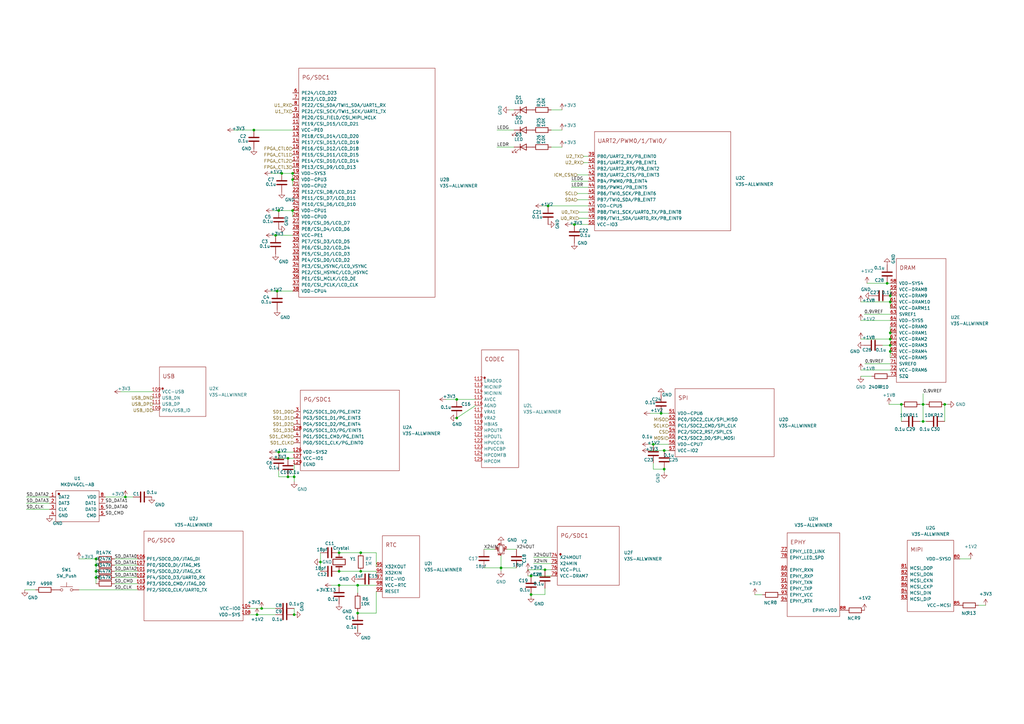
<source format=kicad_sch>
(kicad_sch (version 20211123) (generator eeschema)
  (paper "A3")
  (junction (at 224.79 84.455))
  (junction (at 139.065 240.03))
  (junction (at 39.37 236.855))
  (junction (at 365.125 144.145))
  (junction (at 365.125 141.605))
  (junction (at 365.125 123.825))
  (junction (at 131.445 230.505))
  (junction (at 39.37 231.775))
  (junction (at 267.97 182.245))
  (junction (at 365.125 136.525))
  (junction (at 120.015 86.36))
  (junction (at 271.145 169.545))
  (junction (at 272.415 184.785))
  (junction (at 187.325 171.45))
  (junction (at 114.3 86.36))
  (junction (at 39.37 229.235))
  (junction (at 217.805 243.84))
  (junction (at 369.697 165.862))
  (junction (at 51.435 203.835))
  (junction (at 113.665 119.38))
  (junction (at 120.015 73.66))
  (junction (at 113.03 96.52))
  (junction (at 115.57 71.12))
  (junction (at 105.41 252.095))
  (junction (at 217.805 236.22))
  (junction (at 235.585 92.075))
  (junction (at 39.37 234.315))
  (junction (at 378.587 165.862))
  (junction (at 146.685 251.46))
  (junction (at 387.477 165.862))
  (junction (at 147.955 226.695))
  (junction (at 378.587 172.847))
  (junction (at 272.415 192.405))
  (junction (at 147.955 234.315))
  (junction (at 120.015 71.12))
  (junction (at 365.125 139.065))
  (junction (at 223.52 233.68))
  (junction (at 363.855 116.205))
  (junction (at 120.65 195.58))
  (junction (at 114.3 185.42))
  (junction (at 118.11 187.96))
  (junction (at 120.65 252.095))
  (junction (at 146.685 240.03))
  (junction (at 365.125 121.285))
  (junction (at 205.486 232.918))
  (junction (at 118.11 195.58))
  (junction (at 104.14 53.34))
  (junction (at 107.315 249.555))
  (junction (at 139.065 226.695))
  (junction (at 187.325 163.83))
  (junction (at 139.065 234.315))
  (wire (pts (xy 105.41 252.095) (xy 102.235 252.095)))
  (wire (pts (xy 365.125 123.825) (xy 365.125 126.365)))
  (wire (pts (xy 353.06 154.305) (xy 357.505 154.305)))
  (wire (pts (xy 118.11 195.58) (xy 120.65 195.58)))
  (wire (pts (xy 235.585 92.075) (xy 241.3 92.075)))
  (wire (pts (xy 95.885 53.34) (xy 104.14 53.34)))
  (wire (pts (xy 266.065 182.245) (xy 267.97 182.245)))
  (wire (pts (xy 230.505 53.34) (xy 226.06 53.34)))
  (wire (pts (xy 369.697 165.862) (xy 369.697 172.847)))
  (wire (pts (xy 267.97 189.865) (xy 267.97 192.405)))
  (wire (pts (xy 365.125 121.285) (xy 365.125 123.825)))
  (wire (pts (xy 146.685 251.46) (xy 146.685 250.825)))
  (wire (pts (xy 271.145 169.545) (xy 274.32 169.545)))
  (wire (pts (xy 114.3 195.58) (xy 118.11 195.58)))
  (wire (pts (xy 211.836 225.298) (xy 208.026 225.298)))
  (wire (pts (xy 146.685 259.08) (xy 146.685 258.445)))
  (wire (pts (xy 272.415 193.675) (xy 272.415 192.405)))
  (wire (pts (xy 113.03 249.555) (xy 107.315 249.555)))
  (wire (pts (xy 205.486 234.188) (xy 205.486 232.918)))
  (wire (pts (xy 147.955 234.315) (xy 139.065 234.315)))
  (wire (pts (xy 353.06 123.825) (xy 365.125 123.825)))
  (wire (pts (xy 46.99 231.775) (xy 56.515 231.775)))
  (wire (pts (xy 118.11 187.96) (xy 120.65 187.96)))
  (wire (pts (xy 236.855 79.375) (xy 241.3 79.375)))
  (wire (pts (xy 378.587 165.862) (xy 378.587 172.847)))
  (wire (pts (xy 234.315 74.295) (xy 241.3 74.295)))
  (wire (pts (xy 139.065 240.03) (xy 146.685 240.03)))
  (wire (pts (xy 120.015 73.66) (xy 120.015 76.2)))
  (wire (pts (xy 203.835 53.34) (xy 210.82 53.34)))
  (wire (pts (xy 147.955 226.695) (xy 139.065 226.695)))
  (wire (pts (xy 236.855 81.915) (xy 241.3 81.915)))
  (wire (pts (xy 111.76 86.36) (xy 114.3 86.36)))
  (wire (pts (xy 182.88 163.83) (xy 187.325 163.83)))
  (wire (pts (xy 113.665 119.38) (xy 120.015 119.38)))
  (wire (pts (xy 120.65 197.485) (xy 120.65 195.58)))
  (wire (pts (xy 54.61 203.835) (xy 51.435 203.835)))
  (wire (pts (xy 377.317 172.847) (xy 378.587 172.847)))
  (wire (pts (xy 39.37 234.315) (xy 39.37 236.855)))
  (wire (pts (xy 237.49 86.995) (xy 241.3 86.995)))
  (wire (pts (xy 107.315 249.555) (xy 102.235 249.555)))
  (wire (pts (xy 404.241 248.285) (xy 401.32 248.285)))
  (wire (pts (xy 353.06 131.445) (xy 365.125 131.445)))
  (wire (pts (xy 224.79 84.455) (xy 241.3 84.455)))
  (wire (pts (xy 230.505 45.085) (xy 226.06 45.085)))
  (wire (pts (xy 236.855 71.755) (xy 241.3 71.755)))
  (wire (pts (xy 266.065 184.785) (xy 272.415 184.785)))
  (wire (pts (xy 154.305 234.95) (xy 154.305 234.315)))
  (wire (pts (xy 363.855 116.205) (xy 365.125 116.205)))
  (wire (pts (xy 354.457 128.905) (xy 365.125 128.905)))
  (wire (pts (xy 309.626 243.967) (xy 312.674 243.967)))
  (wire (pts (xy 239.395 64.135) (xy 241.3 64.135)))
  (wire (pts (xy 205.486 232.918) (xy 205.486 227.838)))
  (wire (pts (xy 237.49 89.535) (xy 241.3 89.535)))
  (wire (pts (xy 378.587 165.862) (xy 377.317 165.862)))
  (wire (pts (xy 114.3 185.42) (xy 120.65 185.42)))
  (wire (pts (xy 46.99 236.855) (xy 56.515 236.855)))
  (wire (pts (xy 10.795 203.835) (xy 20.32 203.835)))
  (wire (pts (xy 51.435 203.835) (xy 43.18 203.835)))
  (wire (pts (xy 218.821 228.6) (xy 226.06 228.6)))
  (wire (pts (xy 154.305 232.41) (xy 154.305 226.695)))
  (wire (pts (xy 364.617 165.862) (xy 369.697 165.862)))
  (wire (pts (xy 114.3 193.04) (xy 114.3 195.58)))
  (wire (pts (xy 272.415 184.785) (xy 274.32 184.785)))
  (wire (pts (xy 198.501 225.298) (xy 202.946 225.298)))
  (wire (pts (xy 365.125 118.745) (xy 365.125 121.285)))
  (wire (pts (xy 266.7 169.545) (xy 271.145 169.545)))
  (wire (pts (xy 154.305 226.695) (xy 147.955 226.695)))
  (wire (pts (xy 216.535 233.68) (xy 223.52 233.68)))
  (wire (pts (xy 187.325 171.45) (xy 194.945 166.37)))
  (wire (pts (xy 39.37 231.775) (xy 39.37 234.315)))
  (wire (pts (xy 146.685 240.03) (xy 154.305 240.03)))
  (wire (pts (xy 234.315 76.835) (xy 241.3 76.835)))
  (wire (pts (xy 378.587 172.847) (xy 379.857 172.847)))
  (wire (pts (xy 154.305 242.57) (xy 154.305 251.46)))
  (wire (pts (xy 46.99 229.235) (xy 56.515 229.235)))
  (wire (pts (xy 378.587 161.417) (xy 378.587 165.862)))
  (wire (pts (xy 113.03 187.96) (xy 118.11 187.96)))
  (wire (pts (xy 355.6 116.205) (xy 363.855 116.205)))
  (wire (pts (xy 365.125 141.605) (xy 365.125 144.145)))
  (wire (pts (xy 218.821 231.14) (xy 226.06 231.14)))
  (wire (pts (xy 388.747 165.862) (xy 387.477 165.862)))
  (wire (pts (xy 217.805 244.475) (xy 217.805 243.84)))
  (wire (pts (xy 234.315 92.075) (xy 235.585 92.075)))
  (wire (pts (xy 230.505 60.325) (xy 226.06 60.325)))
  (wire (pts (xy 114.3 86.36) (xy 120.015 86.36)))
  (wire (pts (xy 131.445 226.695) (xy 131.445 230.505)))
  (wire (pts (xy 10.795 206.375) (xy 20.32 206.375)))
  (wire (pts (xy 113.03 185.42) (xy 114.3 185.42)))
  (wire (pts (xy 32.385 241.935) (xy 56.515 241.935)))
  (wire (pts (xy 239.395 66.675) (xy 241.3 66.675)))
  (wire (pts (xy 387.477 165.862) (xy 387.477 172.847)))
  (wire (pts (xy 10.16 241.935) (xy 14.605 241.935)))
  (wire (pts (xy 205.486 232.918) (xy 211.836 232.918)))
  (wire (pts (xy 223.52 233.68) (xy 226.06 233.68)))
  (wire (pts (xy 187.325 163.83) (xy 194.945 163.83)))
  (wire (pts (xy 39.37 229.235) (xy 39.37 231.775)))
  (wire (pts (xy 222.25 84.455) (xy 224.79 84.455)))
  (wire (pts (xy 379.857 165.862) (xy 378.587 165.862)))
  (wire (pts (xy 353.06 151.765) (xy 365.125 151.765)))
  (wire (pts (xy 120.65 195.58) (xy 120.65 190.5)))
  (wire (pts (xy 223.52 241.3) (xy 223.52 243.84)))
  (wire (pts (xy 353.06 139.065) (xy 365.125 139.065)))
  (wire (pts (xy 131.445 230.505) (xy 131.445 234.315)))
  (wire (pts (xy 398.145 229.235) (xy 393.7 229.235)))
  (wire (pts (xy 354.711 149.225) (xy 365.125 149.225)))
  (wire (pts (xy 113.03 96.52) (xy 120.015 96.52)))
  (wire (pts (xy 115.57 71.12) (xy 120.015 71.12)))
  (wire (pts (xy 104.14 53.34) (xy 120.015 53.34)))
  (wire (pts (xy 120.65 249.555) (xy 120.65 252.095)))
  (wire (pts (xy 46.99 234.315) (xy 56.515 234.315)))
  (wire (pts (xy 267.97 192.405) (xy 272.415 192.405)))
  (wire (pts (xy 46.99 239.395) (xy 56.515 239.395)))
  (wire (pts (xy 208.915 45.085) (xy 210.82 45.085)))
  (wire (pts (xy 111.76 96.52) (xy 113.03 96.52)))
  (wire (pts (xy 111.125 71.12) (xy 115.57 71.12)))
  (wire (pts (xy 365.125 139.065) (xy 365.125 141.605)))
  (wire (pts (xy 154.305 234.315) (xy 147.955 234.315)))
  (wire (pts (xy 365.125 144.145) (xy 365.125 146.685)))
  (wire (pts (xy 203.835 60.325) (xy 210.82 60.325)))
  (wire (pts (xy 113.03 252.095) (xy 105.41 252.095)))
  (wire (pts (xy 39.37 236.855) (xy 39.37 239.395)))
  (wire (pts (xy 146.685 240.03) (xy 146.685 243.205)))
  (wire (pts (xy 217.805 236.22) (xy 226.06 236.22)))
  (wire (pts (xy 49.53 160.655) (xy 62.865 160.655)))
  (wire (pts (xy 135.89 240.03) (xy 139.065 240.03)))
  (wire (pts (xy 223.52 243.84) (xy 217.805 243.84)))
  (wire (pts (xy 120.015 71.12) (xy 120.015 73.66)))
  (wire (pts (xy 154.305 251.46) (xy 146.685 251.46)))
  (wire (pts (xy 361.95 141.605) (xy 365.125 141.605)))
  (wire (pts (xy 120.015 86.36) (xy 120.015 88.9)))
  (wire (pts (xy 32.385 229.235) (xy 39.37 229.235)))
  (wire (pts (xy 365.125 136.525) (xy 365.125 139.065)))
  (wire (pts (xy 267.97 182.245) (xy 274.32 182.245)))
  (wire (pts (xy 365.125 133.985) (xy 365.125 136.525)))
  (wire (pts (xy 216.535 236.22) (xy 217.805 236.22)))
  (wire (pts (xy 198.501 232.918) (xy 205.486 232.918)))
  (wire (pts (xy 111.125 119.38) (xy 113.665 119.38)))
  (wire (pts (xy 10.795 208.915) (xy 20.32 208.915)))
  (label "SD_CMD" (at 43.18 211.455 0))
  (label "LEDG" (at 203.835 53.34 0))
  (label "SD_DATA0" (at 46.99 229.235 0))
  (label "SD_CLK" (at 10.795 208.915 0))
  (label "SD_DATA2" (at 46.99 234.315 0))
  (label "SD_DATA3" (at 46.99 236.855 0))
  (label "SD_CMD" (at 46.99 239.395 0))
  (label "LEDG" (at 234.315 74.295 0))
  (label "X24IN" (at 218.821 231.14 0))
  (label "LEDR" (at 203.835 60.325 0))
  (label "0.9VREF" (at 378.587 161.417 0))
  (label "X24IN" (at 198.501 225.298 0))
  (label "SD_DATA0" (at 43.18 208.915 0))
  (label "SD_DATA3" (at 10.795 206.375 0))
  (label "SD_DATA1" (at 46.99 231.775 0))
  (label "LEDR" (at 234.315 76.835 0))
  (label "0.9VREF" (at 354.711 149.225 0))
  (label "X24OUT" (at 218.821 228.6 0))
  (label "SD_DATA2" (at 10.795 203.835 0))
  (label "SD_DATA1" (at 43.18 206.375 0))
  (label "X24OUT" (at 211.836 225.298 0))
  (label "0.9VREF" (at 354.457 128.905 0))
  (label "SD_CLK" (at 46.99 241.935 0))
  (hierarchical_label "U2_RX" (shape input) (at 239.395 66.675 180))
  (hierarchical_label "MOSI" (shape input) (at 274.32 179.705 180))
  (hierarchical_label "SD1_CLK" (shape input) (at 120.65 181.61 180))
  (hierarchical_label "CS" (shape input) (at 274.32 177.165 180))
  (hierarchical_label "MISO" (shape input) (at 274.32 172.085 180))
  (hierarchical_label "FPGA_CTL0" (shape input) (at 120.015 60.96 180))
  (hierarchical_label "ICM_CSN" (shape input) (at 236.855 71.755 180))
  (hierarchical_label "U1_RX" (shape input) (at 120.015 43.18 180))
  (hierarchical_label "USB_DN" (shape input) (at 62.865 163.195 180))
  (hierarchical_label "USB_DP" (shape input) (at 62.865 165.735 180))
  (hierarchical_label "SD1_D3" (shape input) (at 120.65 176.53 180))
  (hierarchical_label "FPGA_CTL2" (shape input) (at 120.015 66.04 180))
  (hierarchical_label "SCL" (shape input) (at 236.855 79.375 180))
  (hierarchical_label "U1_TX" (shape input) (at 120.015 45.72 180))
  (hierarchical_label "SD1_CMD" (shape input) (at 120.65 179.07 180))
  (hierarchical_label "SDA" (shape input) (at 236.855 81.915 180))
  (hierarchical_label "SD1_D1" (shape input) (at 120.65 171.45 180))
  (hierarchical_label "U2_TX" (shape input) (at 239.395 64.135 180))
  (hierarchical_label "U0_TX" (shape input) (at 237.49 86.995 180))
  (hierarchical_label "SD1_D2" (shape input) (at 120.65 173.99 180))
  (hierarchical_label "U0_RX" (shape input) (at 237.49 89.535 180))
  (hierarchical_label "USB_ID" (shape input) (at 62.865 168.275 180))
  (hierarchical_label "SCLK" (shape input) (at 274.32 174.625 180))
  (hierarchical_label "SD1_D0" (shape input) (at 120.65 168.91 180))
  (hierarchical_label "FPGA_CTL3" (shape input) (at 120.015 68.58 180))
  (hierarchical_label "FPGA_CTL1" (shape input) (at 120.015 63.5 180))
  (symbol (lib_id "Device:R") (at 361.315 154.305 90) (unit 1)
    (property "Reference" "R10" (at 362.585 158.75 90))
    (property "Value" "240R" (at 358.775 158.75 90))
    (property "Footprint" "Resistor_SMD:R_0402_1005Metric" (effects hide))
  )
  (symbol (lib_id "power:+3V3") (at 266.065 184.785 90) (unit 1)
    (property "Reference" "#PWR0135" (effects hide))
    (property "Value" "+3V3" (at 267.335 184.15 90))
  )
  (symbol (lib_id "power:+1V2") (at 353.06 131.445 0) (unit 1)
    (property "Reference" "#PWR0140" (effects hide))
    (property "Value" "+1V2" (at 353.695 130.81 0) (effects (justify left)))
  )
  (symbol (lib_id "power:GND") (at 224.79 92.075 90) (unit 1)
    (property "Reference" "#PWR0141" (effects hide))
    (property "Value" "GND" (at 228.6 93.98 0) (effects (justify left)))
  )
  (symbol (lib_id "Device:C") (at 104.14 57.15 0) (unit 1)
    (property "Reference" "C2" (at 99.695 55.88 0))
    (property "Value" "0.1u" (at 99.695 57.785 0))
    (property "Footprint" "Capacitor_SMD:C_0402_1005Metric" (effects hide))
  )
  (symbol (lib_id "Device:C") (at 224.79 88.265 0) (unit 1)
    (property "Reference" "C21" (at 220.345 86.995 0))
    (property "Value" "0.1u" (at 220.345 88.9 0))
    (property "Footprint" "Capacitor_SMD:C_0402_1005Metric" (effects hide))
  )
  (symbol (lib_id "power:GND") (at 357.505 121.285 270) (unit 1)
    (property "Reference" "#PWR0156" (effects hide))
    (property "Value" "GND" (at 353.06 118.745 90) (effects (justify left)))
  )
  (symbol (lib_id "power:+3V3") (at 111.76 96.52 90) (unit 1)
    (property "Reference" "#PWR0111" (effects hide))
    (property "Value" "+3V3" (at 113.665 95.885 90))
  )
  (symbol (lib_id "Device:C") (at 118.11 191.77 0) (unit 1)
    (property "Reference" "C10" (at 116.84 193.675 0))
    (property "Value" "0.1u" (at 120.65 193.675 0))
    (property "Footprint" "Capacitor_SMD:C_0402_1005Metric" (effects hide))
  )
  (symbol (lib_id "power:GND") (at 20.32 211.455 0) (unit 1)
    (property "Reference" "#PWR0117" (effects hide))
    (property "Value" "GND" (at 21.59 214.63 0) (effects (justify left)))
  )
  (symbol (lib_id "Device:C") (at 272.415 188.595 0) (unit 1)
    (property "Reference" "C25" (at 276.225 188.595 0))
    (property "Value" "0.1u" (at 274.32 186.69 0))
    (property "Footprint" "Capacitor_SMD:C_0402_1005Metric" (effects hide))
  )
  (symbol (lib_id "power:GND") (at 62.23 203.835 0) (unit 1)
    (property "Reference" "#PWR0103" (effects hide))
    (property "Value" "GND" (at 63.5 207.01 0) (effects (justify left)))
  )
  (symbol (lib_id "power:+3V3") (at 113.03 187.96 90) (unit 1)
    (property "Reference" "#PWR0102" (effects hide))
    (property "Value" "+3V3" (at 114.935 187.325 90))
  )
  (symbol (lib_id "power:GND") (at 113.03 104.14 0) (unit 1)
    (property "Reference" "#PWR0113" (effects hide))
    (property "Value" "GND" (at 114.3 107.315 0) (effects (justify left)))
  )
  (symbol (lib_id "Device:C") (at 217.805 240.03 180) (unit 1)
    (property "Reference" "C19" (at 214.63 238.125 0))
    (property "Value" "0.1u" (at 215.265 241.935 0))
    (property "Footprint" "Capacitor_SMD:C_0402_1005Metric" (effects hide))
  )
  (symbol (lib_id "power:+3V3") (at 404.241 248.285 0) (unit 1)
    (property "Reference" "#PWR0152" (effects hide))
    (property "Value" "+3V3" (at 404.241 243.586 0))
  )
  (symbol (lib_id "ic:V3S-ALLWINNER") (at 79.375 241.935 0) (unit 10)
    (property "Reference" "U2" (at 79.375 212.725 0))
    (property "Value" "V3S-ALLWINNER" (at 79.375 215.265 0))
    (property "Footprint" "ic_footprint:EQFP-128_14x14mm_P0.4mm" (effects hide))
    (property "uuid" "std:3b205d757fa04898b6e6a908d7d7879b" (effects hide))
  )
  (symbol (lib_id "power:+3V3") (at 230.505 53.34 0) (unit 1)
    (property "Reference" "#PWR027" (effects hide))
    (property "Value" "+3V3" (at 233.68 51.435 0))
  )
  (symbol (lib_id "power:+3V3") (at 49.53 160.655 90) (unit 1)
    (property "Reference" "#PWR01" (effects hide))
    (property "Value" "+3V3" (at 48.26 159.385 90) (effects (justify right)))
  )
  (symbol (lib_id "Device:R") (at 43.18 231.775 270) (unit 1)
    (property "Reference" "R2" (at 40.64 229.235 90))
    (property "Value" "47K" (at 43.815 229.235 90))
    (property "Footprint" "Resistor_SMD:R_0402_1005Metric" (effects hide))
  )
  (symbol (lib_id "power:GND") (at 115.57 78.74 0) (unit 1)
    (property "Reference" "#PWR0127" (effects hide))
    (property "Value" "GND" (at 116.84 81.915 0) (effects (justify left)))
  )
  (symbol (lib_id "power:+3V3") (at 230.505 60.325 0) (unit 1)
    (property "Reference" "#PWR028" (effects hide))
    (property "Value" "+3V3" (at 233.68 58.42 0))
  )
  (symbol (lib_id "Device:C") (at 363.855 112.395 0) (unit 1)
    (property "Reference" "C28" (at 360.68 114.935 0))
    (property "Value" "0.1u" (at 360.68 109.855 0))
    (property "Footprint" "Capacitor_SMD:C_0402_1005Metric" (effects hide))
  )
  (symbol (lib_id "power:GND") (at 113.665 127 0) (unit 1)
    (property "Reference" "#PWR0114" (effects hide))
    (property "Value" "GND" (at 114.935 130.175 0) (effects (justify left)))
  )
  (symbol (lib_id "power:+1V2") (at 113.03 185.42 90) (unit 1)
    (property "Reference" "#PWR0104" (effects hide))
    (property "Value" "+1V2" (at 112.395 184.785 90) (effects (justify right)))
  )
  (symbol (lib_id "Switch:SW_Push") (at 27.305 241.935 0) (unit 1)
    (property "Reference" "SW1" (at 27.305 233.68 0))
    (property "Value" "SW_Push" (at 27.305 236.22 0))
    (property "Footprint" "Button_Switch_SMD:SW_Push_SPST_NO_Alps_SKRK" (effects hide))
  )
  (symbol (lib_id "power:+1V2") (at 222.25 84.455 90) (unit 1)
    (property "Reference" "#PWR0142" (effects hide))
    (property "Value" "+1V2" (at 221.615 83.82 90) (effects (justify right)))
  )
  (symbol (lib_id "Device:LED") (at 214.63 53.34 0) (unit 1)
    (property "Reference" "D2" (at 212.725 48.26 0))
    (property "Value" "LED" (at 212.725 50.165 0))
    (property "Footprint" "LED_SMD:LED_0603_1608Metric" (effects hide))
  )
  (symbol (lib_id "power:GND") (at 131.445 230.505 270) (unit 1)
    (property "Reference" "#PWR0120" (effects hide))
    (property "Value" "GND" (at 132.08 230.5049 90) (effects (justify left)))
  )
  (symbol (lib_id "Device:C") (at 146.685 255.27 180) (unit 1)
    (property "Reference" "C14" (at 143.51 253.365 0))
    (property "Value" "0.1u" (at 144.145 257.175 0))
    (property "Footprint" "Capacitor_SMD:C_0402_1005Metric" (effects hide))
  )
  (symbol (lib_id "Device:Crystal") (at 139.065 230.505 90) (unit 1)
    (property "Reference" "Y1" (at 143.51 229.2349 90) (effects (justify right)))
    (property "Value" "Crystal" (at 136.525 224.79 90) (effects (justify right)))
    (property "Footprint" "Crystal:Crystal_SMD_3215-2Pin_3.2x1.5mm" (effects hide))
  )
  (symbol (lib_id "ic:V3S-ALLWINNER") (at 241.3 234.95 0) (unit 6)
    (property "Reference" "U2" (at 255.905 226.6949 0) (effects (justify left)))
    (property "Value" "V3S-ALLWINNER" (at 255.905 229.2349 0) (effects (justify left)))
    (property "Footprint" "ic_footprint:EQFP-128_14x14mm_P0.4mm" (effects hide))
    (property "uuid" "std:3b205d757fa04898b6e6a908d7d7879b" (effects hide))
  )
  (symbol (lib_id "power:+1V2") (at 355.6 116.205 0) (unit 1)
    (property "Reference" "#PWR0155" (effects hide))
    (property "Value" "+1V2" (at 355.6 111.125 0))
  )
  (symbol (lib_id "power:+1V8") (at 353.06 123.825 0) (unit 1)
    (property "Reference" "#PWR0154" (effects hide))
    (property "Value" "+1V8" (at 356.235 123.19 0))
  )
  (symbol (lib_id "power:+3V3") (at 107.315 249.555 0) (unit 1)
    (property "Reference" "#PWR0116" (effects hide))
    (property "Value" "+3V3" (at 104.14 247.015 0))
  )
  (symbol (lib_id "Device:R") (at 18.415 241.935 270) (unit 1)
    (property "Reference" "R27" (at 12.7 239.395 90))
    (property "Value" "499R" (at 19.05 239.395 90))
    (property "Footprint" "Resistor_SMD:R_0402_1005Metric" (effects hide))
  )
  (symbol (lib_id "power:+1V2") (at 398.145 229.235 0) (unit 1)
    (property "Reference" "#PWR0153" (effects hide))
    (property "Value" "+1V2" (at 398.145 224.155 0))
  )
  (symbol (lib_id "Device:C") (at 211.836 229.108 180) (unit 1)
    (property "Reference" "C18" (at 215.011 229.108 90))
    (property "Value" "18pf" (at 212.471 231.648 0))
    (property "Footprint" "Capacitor_SMD:C_0402_1005Metric" (effects hide))
  )
  (symbol (lib_id "Device:R") (at 146.685 247.015 180) (unit 1)
    (property "Reference" "R6" (at 149.86 245.745 0))
    (property "Value" "10K" (at 149.86 247.65 0))
    (property "Footprint" "Resistor_SMD:R_0402_1005Metric" (effects hide))
  )
  (symbol (lib_id "ic:V3S-ALLWINNER") (at 331.724 238.887 0) (unit 8)
    (property "Reference" "U2" (at 333.629 212.852 0))
    (property "Value" "V3S-ALLWINNER" (at 333.629 215.392 0))
    (property "Footprint" "ic_footprint:EQFP-128_14x14mm_P0.4mm" (effects hide))
    (property "uuid" "std:3b205d757fa04898b6e6a908d7d7879b" (effects hide))
  )
  (symbol (lib_id "power:+1V2") (at 105.41 252.095 0) (unit 1)
    (property "Reference" "#PWR0115" (effects hide))
    (property "Value" "+1V2" (at 102.87 254 0) (effects (justify left)))
  )
  (symbol (lib_id "power:+1V2") (at 111.76 86.36 90) (unit 1)
    (property "Reference" "#PWR0106" (effects hide))
    (property "Value" "+1V2" (at 111.125 85.725 90) (effects (justify right)))
  )
  (symbol (lib_id "power:GND") (at 120.65 252.095 90) (unit 1)
    (property "Reference" "#PWR0118" (effects hide))
    (property "Value" "GND" (at 123.825 250.825 0) (effects (justify left)))
  )
  (symbol (lib_id "power:+3V3") (at 234.315 92.075 90) (unit 1)
    (property "Reference" "#PWR0126" (effects hide))
    (property "Value" "+3V3" (at 236.22 91.44 90))
  )
  (symbol (lib_id "power:GND") (at 235.585 99.695 0) (unit 1)
    (property "Reference" "#PWR0138" (effects hide))
    (property "Value" "GND" (at 236.855 99.695 0) (effects (justify left)))
  )
  (symbol (lib_id "Device:C") (at 58.42 203.835 270) (unit 1)
    (property "Reference" "C1" (at 55.88 202.565 90))
    (property "Value" "0.1u" (at 62.23 201.93 90))
    (property "Footprint" "Capacitor_SMD:C_0402_1005Metric" (effects hide))
  )
  (symbol (lib_id "ic:V3S-ALLWINNER") (at 205.105 172.72 0) (unit 12)
    (property "Reference" "U2" (at 214.63 166.3699 0) (effects (justify left)))
    (property "Value" "V3S-ALLWINNER" (at 214.63 168.9099 0) (effects (justify left)))
    (property "Footprint" "ic_footprint:EQFP-128_14x14mm_P0.4mm" (effects hide))
    (property "uuid" "std:3b205d757fa04898b6e6a908d7d7879b" (effects hide))
  )
  (symbol (lib_id "power:+1V2") (at 266.065 182.245 90) (unit 1)
    (property "Reference" "#PWR0144" (effects hide))
    (property "Value" "+1V2" (at 265.43 181.61 90) (effects (justify right)))
  )
  (symbol (lib_id "Device:R") (at 222.25 53.34 270) (unit 1)
    (property "Reference" "R25" (at 220.98 50.165 0))
    (property "Value" "10K" (at 222.885 50.165 0))
    (property "Footprint" "Resistor_SMD:R_0402_1005Metric" (effects hide))
  )
  (symbol (lib_id "ic:V3S-ALLWINNER") (at 297.18 177.165 0) (unit 4)
    (property "Reference" "U2" (at 319.405 172.0849 0) (effects (justify left)))
    (property "Value" "V3S-ALLWINNER" (at 319.405 174.6249 0) (effects (justify left)))
    (property "Footprint" "ic_footprint:EQFP-128_14x14mm_P0.4mm" (effects hide))
    (property "uuid" "std:3b205d757fa04898b6e6a908d7d7879b" (effects hide))
  )
  (symbol (lib_id "ic:V3S-ALLWINNER") (at 271.78 78.105 0) (unit 3)
    (property "Reference" "U2" (at 301.625 73.0249 0) (effects (justify left)))
    (property "Value" "V3S-ALLWINNER" (at 301.625 75.5649 0) (effects (justify left)))
    (property "Footprint" "ic_footprint:EQFP-128_14x14mm_P0.4mm" (effects hide))
    (property "uuid" "std:3b205d757fa04898b6e6a908d7d7879b" (effects hide))
  )
  (symbol (lib_id "Device:Crystal_GND24_Small") (at 205.486 225.298 0) (unit 1)
    (property "Reference" "Y2" (at 215.011 222.123 0))
    (property "Value" "Crystal_GND24_Small" (effects hide))
    (property "Footprint" "Crystal:Crystal_SMD_EuroQuartz_MT-4Pin_3.2x2.5mm" (effects hide))
  )
  (symbol (lib_id "power:GND") (at 208.915 45.085 270) (unit 1)
    (property "Reference" "#PWR025" (effects hide))
    (property "Value" "GND" (at 205.105 43.18 0) (effects (justify left)))
  )
  (symbol (lib_id "power:+1V2") (at 111.125 119.38 90) (unit 1)
    (property "Reference" "#PWR0112" (effects hide))
    (property "Value" "+1V2" (at 110.49 118.745 90) (effects (justify right)))
  )
  (symbol (lib_id "power:+3V3") (at 182.88 163.83 90) (unit 1)
    (property "Reference" "#PWR0133" (effects hide))
    (property "Value" "+3V3" (at 181.61 162.56 90) (effects (justify right)))
  )
  (symbol (lib_id "Device:R") (at 316.484 243.967 90) (unit 1)
    (property "Reference" "R8" (at 317.373 247.142 90))
    (property "Value" "NC" (at 314.706 247.269 90))
    (property "Footprint" "Resistor_SMD:R_0402_1005Metric" (effects hide))
  )
  (symbol (lib_id "ic:V3S-ALLWINNER") (at 381 234.315 0) (unit 7)
    (property "Reference" "U2" (at 381.635 216.535 0))
    (property "Value" "V3S-ALLWINNER" (at 381.635 219.075 0))
    (property "Footprint" "ic_footprint:EQFP-128_14x14mm_P0.4mm" (effects hide))
    (property "uuid" "std:3b205d757fa04898b6e6a908d7d7879b" (effects hide))
  )
  (symbol (lib_id "Device:C") (at 113.03 100.33 0) (unit 1)
    (property "Reference" "C3" (at 108.585 99.06 0))
    (property "Value" "0.1u" (at 108.585 100.965 0))
    (property "Footprint" "Capacitor_SMD:C_0402_1005Metric" (effects hide))
  )
  (symbol (lib_id "Device:R") (at 43.18 236.855 270) (unit 1)
    (property "Reference" "R4" (at 40.64 234.315 90))
    (property "Value" "47K" (at 43.815 234.315 90))
    (property "Footprint" "Resistor_SMD:R_0402_1005Metric" (effects hide))
  )
  (symbol (lib_id "power:GND") (at 139.065 247.65 0) (unit 1)
    (property "Reference" "#PWR0124" (effects hide))
    (property "Value" "GND" (at 140.335 250.825 0) (effects (justify left)))
  )
  (symbol (lib_id "Device:C") (at 139.065 243.84 180) (unit 1)
    (property "Reference" "C13" (at 135.89 241.935 0))
    (property "Value" "0.1u" (at 136.525 245.745 0))
    (property "Footprint" "Capacitor_SMD:C_0402_1005Metric" (effects hide))
  )
  (symbol (lib_id "Device:C") (at 114.3 90.17 0) (unit 1)
    (property "Reference" "C5" (at 109.855 88.9 0))
    (property "Value" "0.1u" (at 109.855 90.805 0))
    (property "Footprint" "Capacitor_SMD:C_0402_1005Metric" (effects hide))
  )
  (symbol (lib_id "Device:C") (at 267.97 186.055 0) (unit 1)
    (property "Reference" "C23" (at 266.065 188.595 0))
    (property "Value" "0.1u" (at 265.43 179.07 0))
    (property "Footprint" "Capacitor_SMD:C_0402_1005Metric" (effects hide))
  )
  (symbol (lib_id "power:GND") (at 217.805 244.475 0) (unit 1)
    (property "Reference" "#PWR0131" (effects hide))
    (property "Value" "GND" (at 219.075 247.65 0) (effects (justify left)))
  )
  (symbol (lib_id "power:GND") (at 114.3 93.98 90) (unit 1)
    (property "Reference" "#PWR0107" (effects hide))
    (property "Value" "GND" (at 117.475 92.71 0) (effects (justify left)))
  )
  (symbol (lib_id "Device:C") (at 113.665 123.19 0) (unit 1)
    (property "Reference" "C4" (at 109.22 121.92 0))
    (property "Value" "0.1u" (at 109.22 123.825 0))
    (property "Footprint" "Capacitor_SMD:C_0402_1005Metric" (effects hide))
  )
  (symbol (lib_id "power:GND") (at 10.16 241.935 0) (unit 1)
    (property "Reference" "#PWR029" (effects hide))
    (property "Value" "GND" (at 11.43 245.11 0) (effects (justify left)))
  )
  (symbol (lib_id "Device:R") (at 350.774 250.317 90) (unit 1)
    (property "Reference" "R9" (at 351.663 253.492 90))
    (property "Value" "NC" (at 348.996 253.619 90))
    (property "Footprint" "Resistor_SMD:R_0402_1005Metric" (effects hide))
  )
  (symbol (lib_id "Device:C") (at 150.495 237.49 90) (unit 1)
    (property "Reference" "C15" (at 153.035 236.22 90))
    (property "Value" "1uF" (at 147.32 236.22 90))
    (property "Footprint" "Capacitor_SMD:C_0402_1005Metric" (effects hide))
  )
  (symbol (lib_id "Device:C") (at 135.255 226.695 90) (unit 1)
    (property "Reference" "C11" (at 135.255 222.885 90))
    (property "Value" "18pf" (at 132.08 225.425 90))
    (property "Footprint" "Capacitor_SMD:C_0402_1005Metric" (effects hide))
  )
  (symbol (lib_id "Device:R") (at 43.18 239.395 270) (unit 1)
    (property "Reference" "R5" (at 40.64 236.855 90))
    (property "Value" "47K" (at 43.815 236.855 90))
    (property "Footprint" "Resistor_SMD:R_0402_1005Metric" (effects hide))
  )
  (symbol (lib_id "Device:R") (at 373.507 165.862 90) (unit 1)
    (property "Reference" "R11" (at 374.777 170.307 90))
    (property "Value" "10K" (at 370.967 170.307 90))
    (property "Footprint" "Resistor_SMD:R_0402_1005Metric" (effects hide))
  )
  (symbol (lib_id "power:+1V8") (at 353.06 139.065 0) (unit 1)
    (property "Reference" "#PWR0139" (effects hide))
    (property "Value" "+1V8" (at 356.235 138.43 0))
  )
  (symbol (lib_id "Device:C") (at 383.667 172.847 90) (unit 1)
    (property "Reference" "C30" (at 383.667 176.022 90))
    (property "Value" "0.1u" (at 379.222 176.022 90))
    (property "Footprint" "Capacitor_SMD:C_0402_1005Metric" (effects hide))
  )
  (symbol (lib_id "power:+1V2") (at 111.125 71.12 90) (unit 1)
    (property "Reference" "#PWR0109" (effects hide))
    (property "Value" "+1V2" (at 110.49 70.485 90) (effects (justify right)))
  )
  (symbol (lib_id "power:+1V2") (at 354.584 250.317 0) (unit 1)
    (property "Reference" "#PWR0150" (effects hide))
    (property "Value" "+1V2" (at 354.584 245.237 0))
  )
  (symbol (lib_id "power:+3V3") (at 309.626 243.967 0) (unit 1)
    (property "Reference" "#PWR0151" (effects hide))
    (property "Value" "+3V3" (at 309.626 239.268 0))
  )
  (symbol (lib_id "ic:V3S-ALLWINNER") (at 84.455 173.355 0) (unit 11)
    (property "Reference" "U2" (at 85.725 159.3849 0) (effects (justify left)))
    (property "Value" "V3S-ALLWINNER" (at 85.725 161.9249 0) (effects (justify left)))
    (property "Footprint" "ic_footprint:EQFP-128_14x14mm_P0.4mm" (effects hide))
    (property "uuid" "std:3b205d757fa04898b6e6a908d7d7879b" (effects hide))
  )
  (symbol (lib_id "ic:V3S-ALLWINNER") (at 164.465 237.49 0) (unit 9)
    (property "Reference" "U2" (at 173.99 231.1399 0) (effects (justify left)))
    (property "Value" "V3S-ALLWINNER" (at 173.99 233.6799 0) (effects (justify left)))
    (property "Footprint" "ic_footprint:EQFP-128_14x14mm_P0.4mm" (effects hide))
    (property "uuid" "std:3b205d757fa04898b6e6a908d7d7879b" (effects hide))
  )
  (symbol (lib_id "power:GND") (at 146.685 237.49 270) (unit 1)
    (property "Reference" "#PWR0122" (effects hide))
    (property "Value" "GND" (at 139.065 237.49 90) (effects (justify left)))
  )
  (symbol (lib_id "power:+3V3") (at 32.385 229.235 0) (unit 1)
    (property "Reference" "#PWR0119" (effects hide))
    (property "Value" "+3V3" (at 35.687 228.346 0))
  )
  (symbol (lib_id "ic:V3S-ALLWINNER") (at 377.825 135.255 0) (unit 5)
    (property "Reference" "U2" (at 389.89 130.1749 0) (effects (justify left)))
    (property "Value" "V3S-ALLWINNER" (at 389.89 132.7149 0) (effects (justify left)))
    (property "Footprint" "ic_footprint:EQFP-128_14x14mm_P0.4mm" (effects hide))
    (property "uuid" "std:3b205d757fa04898b6e6a908d7d7879b" (effects hide))
  )
  (symbol (lib_id "Device:C") (at 223.52 237.49 180) (unit 1)
    (property "Reference" "C20" (at 220.345 235.585 0))
    (property "Value" "0.1u" (at 220.98 239.395 0))
    (property "Footprint" "Capacitor_SMD:C_0402_1005Metric" (effects hide))
  )
  (symbol (lib_id "power:+1V2") (at 266.7 169.545 90) (unit 1)
    (property "Reference" "#PWR0145" (effects hide))
    (property "Value" "+1V2" (at 266.7 168.275 90) (effects (justify right)))
  )
  (symbol (lib_id "power:GND") (at 354.33 141.605 270) (unit 1)
    (property "Reference" "#PWR0137" (effects hide))
    (property "Value" "GND" (at 348.615 144.145 90) (effects (justify left)))
  )
  (symbol (lib_id "power:+1V8") (at 216.535 236.22 0) (unit 1)
    (property "Reference" "#PWR0130" (effects hide))
    (property "Value" "+1V8" (at 219.71 235.585 0))
  )
  (symbol (lib_id "power:GND") (at 187.325 171.45 270) (unit 1)
    (property "Reference" "#PWR0134" (effects hide))
    (property "Value" "GND" (at 185.42 173.99 90) (effects (justify left)))
  )
  (symbol (lib_id "ic:V3S-ALLWINNER") (at 143.51 180.34 0) (unit 1)
    (property "Reference" "U2" (at 165.1 175.2599 0) (effects (justify left)))
    (property "Value" "V3S-ALLWINNER" (at 165.1 177.7999 0) (effects (justify left)))
    (property "Footprint" "ic_footprint:EQFP-128_14x14mm_P0.4mm" (effects hide))
    (property "uuid" "std:3b205d757fa04898b6e6a908d7d7879b" (effects hide))
  )
  (symbol (lib_id "Device:R") (at 222.25 45.085 270) (unit 1)
    (property "Reference" "R24" (at 220.98 41.91 0))
    (property "Value" "10K" (at 222.885 41.91 0))
    (property "Footprint" "Resistor_SMD:R_0402_1005Metric" (effects hide))
  )
  (symbol (lib_id "power:GND") (at 353.06 154.305 0) (unit 1)
    (property "Reference" "#PWR0146" (effects hide))
    (property "Value" "GND" (at 353.06 158.75 0))
  )
  (symbol (lib_id "power:+3V3") (at 135.89 240.03 90) (unit 1)
    (property "Reference" "#PWR0121" (effects hide))
    (property "Value" "+3V3" (at 132.08 241.935 90))
  )
  (symbol (lib_id "power:+1V8") (at 353.06 151.765 0) (unit 1)
    (property "Reference" "#PWR0147" (effects hide))
    (property "Value" "+1V8" (at 356.235 151.13 0))
  )
  (symbol (lib_id "Device:C") (at 373.507 172.847 90) (unit 1)
    (property "Reference" "C29" (at 373.507 176.022 90))
    (property "Value" "0.1u" (at 369.062 176.022 90))
    (property "Footprint" "Capacitor_SMD:C_0402_1005Metric" (effects hide))
  )
  (symbol (lib_id "power:GND") (at 205.486 234.188 0) (unit 1)
    (property "Reference" "#PWR0128" (effects hide))
    (property "Value" "GND" (at 205.486 238.633 0))
  )
  (symbol (lib_id "power:GND") (at 146.685 258.445 0) (unit 1)
    (property "Reference" "#PWR0123" (effects hide))
    (property "Value" "GND" (at 147.955 261.62 0) (effects (justify left)))
  )
  (symbol (lib_id "Device:R") (at 397.51 248.285 90) (unit 1)
    (property "Reference" "R13" (at 398.399 251.46 90))
    (property "Value" "NC" (at 395.732 251.587 90))
    (property "Footprint" "Resistor_SMD:R_0402_1005Metric" (effects hide))
  )
  (symbol (lib_id "Device:R") (at 383.667 165.862 90) (unit 1)
    (property "Reference" "R12" (at 384.937 170.307 90))
    (property "Value" "10K" (at 381.127 170.307 90))
    (property "Footprint" "Resistor_SMD:R_0402_1005Metric" (effects hide))
  )
  (symbol (lib_id "power:+3V3") (at 230.505 45.085 0) (unit 1)
    (property "Reference" "#PWR026" (effects hide))
    (property "Value" "+3V3" (at 233.68 43.18 0))
  )
  (symbol (lib_id "Device:C") (at 115.57 74.93 0) (unit 1)
    (property "Reference" "C7" (at 111.125 73.66 0))
    (property "Value" "0.1u" (at 111.125 75.565 0))
    (property "Footprint" "Capacitor_SMD:C_0402_1005Metric" (effects hide))
  )
  (symbol (lib_id "power:+1V8") (at 364.617 165.862 0) (unit 1)
    (property "Reference" "#PWR0148" (effects hide))
    (property "Value" "+1V8" (at 364.617 162.052 0))
  )
  (symbol (lib_id "Device:LED") (at 214.63 45.085 0) (unit 1)
    (property "Reference" "D1" (at 212.725 40.005 0))
    (property "Value" "LED" (at 212.725 41.91 0))
    (property "Footprint" "LED_SMD:LED_0603_1608Metric" (effects hide))
  )
  (symbol (lib_id "Device:R") (at 147.955 230.505 180) (unit 1)
    (property "Reference" "R7" (at 151.13 229.235 0))
    (property "Value" "1M" (at 151.13 231.14 0))
    (property "Footprint" "Resistor_SMD:R_0402_1005Metric" (effects hide))
  )
  (symbol (lib_id "Device:C") (at 187.325 167.64 0) (unit 1)
    (property "Reference" "C16" (at 191.135 165.735 0))
    (property "Value" "0.1u" (at 182.88 167.005 0))
    (property "Footprint" "Capacitor_SMD:C_0402_1005Metric" (effects hide))
  )
  (symbol (lib_id "Device:R") (at 43.18 229.235 270) (unit 1)
    (property "Reference" "R1" (at 40.64 226.695 90))
    (property "Value" "47K" (at 43.815 226.695 90))
    (property "Footprint" "Resistor_SMD:R_0402_1005Metric" (effects hide))
  )
  (symbol (lib_id "power:GND") (at 104.14 60.96 0) (unit 1)
    (property "Reference" "#PWR0110" (effects hide))
    (property "Value" "GND" (at 99.06 60.96 0) (effects (justify left)))
  )
  (symbol (lib_id "power:GND") (at 272.415 193.675 0) (unit 1)
    (property "Reference" "#PWR0143" (effects hide))
    (property "Value" "GND" (at 269.875 198.12 90) (effects (justify left)))
  )
  (symbol (lib_id "Device:LED") (at 214.63 60.325 0) (unit 1)
    (property "Reference" "D3" (at 212.725 55.245 0))
    (property "Value" "LED" (at 212.725 57.15 0))
    (property "Footprint" "LED_SMD:LED_0603_1608Metric" (effects hide))
  )
  (symbol (lib_id "Device:C") (at 135.255 234.315 90) (unit 1)
    (property "Reference" "C12" (at 132.08 235.585 90))
    (property "Value" "18pf" (at 131.445 233.045 90))
    (property "Footprint" "Capacitor_SMD:C_0402_1005Metric" (effects hide))
  )
  (symbol (lib_id "power:+3V3") (at 216.535 233.68 0) (unit 1)
    (property "Reference" "#PWR0129" (effects hide))
    (property "Value" "+3V3" (at 219.837 232.791 0))
  )
  (symbol (lib_id "power:+3V3") (at 51.435 203.835 0) (unit 1)
    (property "Reference" "#PWR0105" (effects hide))
    (property "Value" "+3V3" (at 48.26 202.565 0))
  )
  (symbol (lib_id "Device:C") (at 116.84 249.555 270) (unit 1)
    (property "Reference" "C8" (at 114.3 248.285 90))
    (property "Value" "0.1u" (at 120.65 247.65 90))
    (property "Footprint" "Capacitor_SMD:C_0402_1005Metric" (effects hide))
  )
  (symbol (lib_id "power:GND") (at 120.65 197.485 0) (unit 1)
    (property "Reference" "#PWR0125" (effects hide))
    (property "Value" "GND" (at 121.92 200.66 0) (effects (justify left)))
  )
  (symbol (lib_id "power:GND") (at 388.747 165.862 90) (unit 1)
    (property "Reference" "#PWR0149" (effects hide))
    (property "Value" "GND" (at 391.922 165.8619 90) (effects (justify right)))
  )
  (symbol (lib_id "ic:MKDV4GCL-AB") (at 31.75 207.645 0) (unit 1)
    (property "Reference" "U1" (at 31.75 196.215 0))
    (property "Value" "MKDV4GCL-AB" (at 31.75 198.755 0))
    (property "Footprint" "ic_footprint:LGA-8_L8.0-W6.0-BL_MKDV4GIL-AS" (effects hide))
    (property "Datasheet" "http://www.szlcsc.com/product/details_989210.html" (effects hide))
    (property "SuppliersPartNumber" "C915803" (effects hide))
    (property "uuid" "std:6c68184e0a254ff59aa26139e8bf4202" (effects hide))
  )
  (symbol (lib_id "power:GND") (at 363.855 108.585 180) (unit 1)
    (property "Reference" "#PWR0157" (effects hide))
    (property "Value" "GND" (at 366.395 104.14 90) (effects (justify left)))
  )
  (symbol (lib_id "power:GND") (at 271.145 161.925 180) (unit 1)
    (property "Reference" "#PWR0136" (effects hide))
    (property "Value" "GND" (at 275.59 161.925 0) (effects (justify left)))
  )
  (symbol (lib_id "ic:V3S-ALLWINNER") (at 150.495 78.74 0) (unit 2)
    (property "Reference" "U2" (at 180.34 73.6599 0) (effects (justify left)))
    (property "Value" "V3S-ALLWINNER" (at 180.34 76.1999 0) (effects (justify left)))
    (property "Footprint" "ic_footprint:EQFP-128_14x14mm_P0.4mm" (effects hide))
    (property "uuid" "std:3b205d757fa04898b6e6a908d7d7879b" (effects hide))
  )
  (symbol (lib_id "Device:C") (at 358.14 141.605 270) (unit 1)
    (property "Reference" "C26" (at 355.6 143.51 90))
    (property "Value" "0.1u" (at 361.315 143.51 90))
    (property "Footprint" "Capacitor_SMD:C_0402_1005Metric" (effects hide))
  )
  (symbol (lib_id "Device:C") (at 361.315 121.285 270) (unit 1)
    (property "Reference" "C27" (at 358.775 120.015 90))
    (property "Value" "0.1u" (at 363.855 120.015 90))
    (property "Footprint" "Capacitor_SMD:C_0402_1005Metric" (effects hide))
  )
  (symbol (lib_id "power:GND") (at 205.486 222.758 180) (unit 1)
    (property "Reference" "#PWR0132" (effects hide))
    (property "Value" "GND" (at 208.026 221.4879 0) (effects (justify right)))
  )
  (symbol (lib_id "Device:C") (at 114.3 189.23 0) (unit 1)
    (property "Reference" "C6" (at 110.49 189.865 0))
    (property "Value" "0.1u" (at 112.395 191.77 0))
    (property "Footprint" "Capacitor_SMD:C_0402_1005Metric" (effects hide))
  )
  (symbol (lib_id "Device:C") (at 198.501 229.108 180) (unit 1)
    (property "Reference" "C17" (at 194.056 229.108 0))
    (property "Value" "18pf" (at 197.231 232.283 0))
    (property "Footprint" "Capacitor_SMD:C_0402_1005Metric" (effects hide))
  )
  (symbol (lib_id "Device:R") (at 43.18 234.315 270) (unit 1)
    (property "Reference" "R3" (at 40.64 231.775 90))
    (property "Value" "47K" (at 43.815 231.775 90))
    (property "Footprint" "Resistor_SMD:R_0402_1005Metric" (effects hide))
  )
  (symbol (lib_id "Device:C") (at 235.585 95.885 0) (unit 1)
    (property "Reference" "C22" (at 239.395 94.615 0))
    (property "Value" "0.1u" (at 240.03 96.52 0))
    (property "Footprint" "Capacitor_SMD:C_0402_1005Metric" (effects hide))
  )
  (symbol (lib_id "Device:R") (at 222.25 60.325 270) (unit 1)
    (property "Reference" "R26" (at 220.98 57.15 0))
    (property "Value" "10K" (at 222.885 57.15 0))
    (property "Footprint" "Resistor_SMD:R_0402_1005Metric" (effects hide))
  )
  (symbol (lib_id "power:+3V3") (at 95.885 53.34 90) (unit 1)
    (property "Reference" "#PWR0108" (effects hide))
    (property "Value" "+3V3" (at 97.79 52.705 90))
  )
  (symbol (lib_id "Device:C") (at 116.84 252.095 270) (unit 1)
    (property "Reference" "C9" (at 114.3 250.825 90))
    (property "Value" "0.1u" (at 113.665 254 90))
    (property "Footprint" "Capacitor_SMD:C_0402_1005Metric" (effects hide))
  )
  (symbol (lib_id "Device:C") (at 271.145 165.735 0) (unit 1)
    (property "Reference" "C24" (at 269.24 163.83 0))
    (property "Value" "0.1u" (at 266.7 165.1 0))
    (property "Footprint" "Capacitor_SMD:C_0402_1005Metric" (effects hide))
  )
)
</source>
